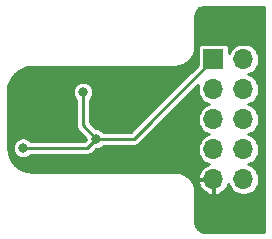
<source format=gbr>
%TF.GenerationSoftware,KiCad,Pcbnew,(5.1.9-0-10_14)*%
%TF.CreationDate,2021-02-05T22:05:55+01:00*%
%TF.ProjectId,itho_rv_sensor,6974686f-5f72-4765-9f73-656e736f722e,rev?*%
%TF.SameCoordinates,Original*%
%TF.FileFunction,Copper,L2,Bot*%
%TF.FilePolarity,Positive*%
%FSLAX46Y46*%
G04 Gerber Fmt 4.6, Leading zero omitted, Abs format (unit mm)*
G04 Created by KiCad (PCBNEW (5.1.9-0-10_14)) date 2021-02-05 22:05:55*
%MOMM*%
%LPD*%
G01*
G04 APERTURE LIST*
%TA.AperFunction,ComponentPad*%
%ADD10O,1.700000X1.700000*%
%TD*%
%TA.AperFunction,ComponentPad*%
%ADD11R,1.700000X1.700000*%
%TD*%
%TA.AperFunction,ViaPad*%
%ADD12C,0.800000*%
%TD*%
%TA.AperFunction,Conductor*%
%ADD13C,0.254000*%
%TD*%
%TA.AperFunction,Conductor*%
%ADD14C,0.100000*%
%TD*%
G04 APERTURE END LIST*
D10*
%TO.P,J1,10*%
%TO.N,Net-(J1-Pad10)*%
X134620000Y-107188000D03*
%TO.P,J1,9*%
%TO.N,GND*%
X132080000Y-107188000D03*
%TO.P,J1,8*%
%TO.N,Net-(J1-Pad8)*%
X134620000Y-104648000D03*
%TO.P,J1,7*%
%TO.N,Net-(J1-Pad7)*%
X132080000Y-104648000D03*
%TO.P,J1,6*%
%TO.N,Net-(J1-Pad6)*%
X134620000Y-102108000D03*
%TO.P,J1,5*%
%TO.N,Net-(J1-Pad5)*%
X132080000Y-102108000D03*
%TO.P,J1,4*%
%TO.N,Net-(J1-Pad4)*%
X134620000Y-99568000D03*
%TO.P,J1,3*%
%TO.N,Net-(J1-Pad3)*%
X132080000Y-99568000D03*
%TO.P,J1,2*%
%TO.N,Net-(J1-Pad2)*%
X134620000Y-97028000D03*
D11*
%TO.P,J1,1*%
%TO.N,+5V*%
X132080000Y-97028000D03*
%TD*%
D12*
%TO.N,GND*%
X122174000Y-100965000D03*
%TO.N,+5V*%
X122174000Y-103759000D03*
X121031000Y-99822000D03*
X115951000Y-104521000D03*
%TD*%
D13*
%TO.N,+5V*%
X132080000Y-97028000D02*
X126111000Y-102997000D01*
X125349000Y-103759000D02*
X122174000Y-103759000D01*
X126111000Y-102997000D02*
X125349000Y-103759000D01*
X121031000Y-102616000D02*
X122174000Y-103759000D01*
X121031000Y-99822000D02*
X121031000Y-102616000D01*
X121412000Y-104521000D02*
X122174000Y-103759000D01*
X116205000Y-104521000D02*
X121412000Y-104521000D01*
X116205000Y-104521000D02*
X115951000Y-104521000D01*
%TD*%
%TO.N,GND*%
X136398000Y-97642126D02*
X136395944Y-97663000D01*
X136398000Y-97683874D01*
X136398000Y-98912126D01*
X136395944Y-98933000D01*
X136398000Y-98953874D01*
X136398000Y-105262126D01*
X136395944Y-105283000D01*
X136398000Y-105303874D01*
X136398000Y-106532126D01*
X136395944Y-106553000D01*
X136398000Y-106573874D01*
X136398000Y-111633400D01*
X131342821Y-111633400D01*
X131170391Y-111616493D01*
X131028401Y-111573623D01*
X130897440Y-111503990D01*
X130782502Y-111410249D01*
X130687959Y-111295967D01*
X130617415Y-111165498D01*
X130573555Y-111023811D01*
X130555600Y-110852973D01*
X130555600Y-108306065D01*
X130553425Y-108283985D01*
X130553480Y-108276130D01*
X130552788Y-108269077D01*
X130526880Y-108022573D01*
X130517636Y-107977536D01*
X130509009Y-107932313D01*
X130506960Y-107925529D01*
X130433665Y-107688753D01*
X130415854Y-107646382D01*
X130398604Y-107603686D01*
X130395276Y-107597429D01*
X130313663Y-107446488D01*
X130772710Y-107446488D01*
X130773300Y-107449468D01*
X130849418Y-107699368D01*
X130972826Y-107929617D01*
X131138782Y-108131366D01*
X131340909Y-108296862D01*
X131571439Y-108419745D01*
X131821512Y-108495293D01*
X132029200Y-108398984D01*
X132029200Y-107238800D01*
X130869115Y-107238800D01*
X130772710Y-107446488D01*
X130313663Y-107446488D01*
X130277388Y-107379399D01*
X130251666Y-107341264D01*
X130226469Y-107302760D01*
X130221990Y-107297268D01*
X130063997Y-107106288D01*
X130031382Y-107073900D01*
X129999164Y-107041000D01*
X129993703Y-107036483D01*
X129801625Y-106879828D01*
X129763305Y-106854368D01*
X129725344Y-106828376D01*
X129719110Y-106825005D01*
X129500262Y-106708642D01*
X129457731Y-106691112D01*
X129415443Y-106672987D01*
X129408673Y-106670892D01*
X129408675Y-106670892D01*
X129408667Y-106670890D01*
X129171392Y-106599252D01*
X129126297Y-106590323D01*
X129081260Y-106580750D01*
X129074215Y-106580010D01*
X129074211Y-106580010D01*
X128828005Y-106555869D01*
X128802935Y-106553400D01*
X116737821Y-106553400D01*
X116318712Y-106512306D01*
X115939440Y-106397797D01*
X115589634Y-106211802D01*
X115282617Y-105961405D01*
X115030084Y-105656144D01*
X114841648Y-105307640D01*
X114724495Y-104929180D01*
X114680600Y-104511543D01*
X114680600Y-104434071D01*
X115068400Y-104434071D01*
X115068400Y-104607929D01*
X115102317Y-104778445D01*
X115168850Y-104939068D01*
X115265439Y-105083625D01*
X115388375Y-105206561D01*
X115532932Y-105303150D01*
X115693555Y-105369683D01*
X115864071Y-105403600D01*
X116037929Y-105403600D01*
X116208445Y-105369683D01*
X116369068Y-105303150D01*
X116513625Y-105206561D01*
X116589586Y-105130600D01*
X121382059Y-105130600D01*
X121412000Y-105133549D01*
X121441941Y-105130600D01*
X121531502Y-105121779D01*
X121646412Y-105086921D01*
X121752314Y-105030316D01*
X121845138Y-104954138D01*
X121864235Y-104930868D01*
X122153503Y-104641600D01*
X122260929Y-104641600D01*
X122431445Y-104607683D01*
X122592068Y-104541150D01*
X122736625Y-104444561D01*
X122812586Y-104368600D01*
X125319059Y-104368600D01*
X125349000Y-104371549D01*
X125378941Y-104368600D01*
X125468502Y-104359779D01*
X125583412Y-104324921D01*
X125689314Y-104268316D01*
X125782138Y-104192138D01*
X125801235Y-104168868D01*
X126563223Y-103406881D01*
X126563228Y-103406875D01*
X130804128Y-99165976D01*
X130798611Y-99179295D01*
X130747400Y-99436750D01*
X130747400Y-99699250D01*
X130798611Y-99956705D01*
X130899065Y-100199223D01*
X131044902Y-100417483D01*
X131230517Y-100603098D01*
X131448777Y-100748935D01*
X131663799Y-100838000D01*
X131448777Y-100927065D01*
X131230517Y-101072902D01*
X131044902Y-101258517D01*
X130899065Y-101476777D01*
X130798611Y-101719295D01*
X130747400Y-101976750D01*
X130747400Y-102239250D01*
X130798611Y-102496705D01*
X130899065Y-102739223D01*
X131044902Y-102957483D01*
X131230517Y-103143098D01*
X131448777Y-103288935D01*
X131663799Y-103378000D01*
X131448777Y-103467065D01*
X131230517Y-103612902D01*
X131044902Y-103798517D01*
X130899065Y-104016777D01*
X130798611Y-104259295D01*
X130747400Y-104516750D01*
X130747400Y-104779250D01*
X130798611Y-105036705D01*
X130899065Y-105279223D01*
X131044902Y-105497483D01*
X131230517Y-105683098D01*
X131448777Y-105828935D01*
X131678252Y-105923986D01*
X131571439Y-105956255D01*
X131340909Y-106079138D01*
X131138782Y-106244634D01*
X130972826Y-106446383D01*
X130849418Y-106676632D01*
X130773300Y-106926532D01*
X130772710Y-106929512D01*
X130869115Y-107137200D01*
X132029200Y-107137200D01*
X132029200Y-107117200D01*
X132130800Y-107117200D01*
X132130800Y-107137200D01*
X132150800Y-107137200D01*
X132150800Y-107238800D01*
X132130800Y-107238800D01*
X132130800Y-108398984D01*
X132338488Y-108495293D01*
X132588561Y-108419745D01*
X132819091Y-108296862D01*
X133021218Y-108131366D01*
X133187174Y-107929617D01*
X133310582Y-107699368D01*
X133343989Y-107589690D01*
X133439065Y-107819223D01*
X133584902Y-108037483D01*
X133770517Y-108223098D01*
X133988777Y-108368935D01*
X134231295Y-108469389D01*
X134488750Y-108520600D01*
X134751250Y-108520600D01*
X135008705Y-108469389D01*
X135251223Y-108368935D01*
X135469483Y-108223098D01*
X135655098Y-108037483D01*
X135800935Y-107819223D01*
X135901389Y-107576705D01*
X135952600Y-107319250D01*
X135952600Y-107056750D01*
X135901389Y-106799295D01*
X135800935Y-106556777D01*
X135655098Y-106338517D01*
X135469483Y-106152902D01*
X135251223Y-106007065D01*
X135036201Y-105918000D01*
X135251223Y-105828935D01*
X135469483Y-105683098D01*
X135655098Y-105497483D01*
X135800935Y-105279223D01*
X135901389Y-105036705D01*
X135952600Y-104779250D01*
X135952600Y-104516750D01*
X135901389Y-104259295D01*
X135800935Y-104016777D01*
X135655098Y-103798517D01*
X135469483Y-103612902D01*
X135251223Y-103467065D01*
X135036201Y-103378000D01*
X135251223Y-103288935D01*
X135469483Y-103143098D01*
X135655098Y-102957483D01*
X135800935Y-102739223D01*
X135901389Y-102496705D01*
X135952600Y-102239250D01*
X135952600Y-101976750D01*
X135901389Y-101719295D01*
X135800935Y-101476777D01*
X135655098Y-101258517D01*
X135469483Y-101072902D01*
X135251223Y-100927065D01*
X135036201Y-100838000D01*
X135251223Y-100748935D01*
X135469483Y-100603098D01*
X135655098Y-100417483D01*
X135800935Y-100199223D01*
X135901389Y-99956705D01*
X135952600Y-99699250D01*
X135952600Y-99436750D01*
X135901389Y-99179295D01*
X135800935Y-98936777D01*
X135655098Y-98718517D01*
X135469483Y-98532902D01*
X135251223Y-98387065D01*
X135036201Y-98298000D01*
X135251223Y-98208935D01*
X135469483Y-98063098D01*
X135655098Y-97877483D01*
X135800935Y-97659223D01*
X135901389Y-97416705D01*
X135952600Y-97159250D01*
X135952600Y-96896750D01*
X135901389Y-96639295D01*
X135800935Y-96396777D01*
X135655098Y-96178517D01*
X135469483Y-95992902D01*
X135251223Y-95847065D01*
X135008705Y-95746611D01*
X134751250Y-95695400D01*
X134488750Y-95695400D01*
X134231295Y-95746611D01*
X133988777Y-95847065D01*
X133770517Y-95992902D01*
X133584902Y-96178517D01*
X133439065Y-96396777D01*
X133414935Y-96455032D01*
X133414935Y-96178000D01*
X133405617Y-96083394D01*
X133378022Y-95992423D01*
X133333209Y-95908585D01*
X133272901Y-95835099D01*
X133199415Y-95774791D01*
X133115577Y-95729978D01*
X133024606Y-95702383D01*
X132930000Y-95693065D01*
X131230000Y-95693065D01*
X131135394Y-95702383D01*
X131044423Y-95729978D01*
X130960585Y-95774791D01*
X130887099Y-95835099D01*
X130826791Y-95908585D01*
X130781978Y-95992423D01*
X130754383Y-96083394D01*
X130745065Y-96178000D01*
X130745065Y-97500831D01*
X125701125Y-102544772D01*
X125701119Y-102544777D01*
X125096497Y-103149400D01*
X122812586Y-103149400D01*
X122736625Y-103073439D01*
X122592068Y-102976850D01*
X122431445Y-102910317D01*
X122260929Y-102876400D01*
X122153504Y-102876400D01*
X121640600Y-102363497D01*
X121640600Y-100460586D01*
X121716561Y-100384625D01*
X121813150Y-100240068D01*
X121879683Y-100079445D01*
X121913600Y-99908929D01*
X121913600Y-99735071D01*
X121879683Y-99564555D01*
X121813150Y-99403932D01*
X121716561Y-99259375D01*
X121593625Y-99136439D01*
X121449068Y-99039850D01*
X121288445Y-98973317D01*
X121117929Y-98939400D01*
X120944071Y-98939400D01*
X120773555Y-98973317D01*
X120612932Y-99039850D01*
X120468375Y-99136439D01*
X120345439Y-99259375D01*
X120248850Y-99403932D01*
X120182317Y-99564555D01*
X120148400Y-99735071D01*
X120148400Y-99908929D01*
X120182317Y-100079445D01*
X120248850Y-100240068D01*
X120345439Y-100384625D01*
X120421400Y-100460586D01*
X120421401Y-102586049D01*
X120418451Y-102616000D01*
X120430221Y-102735502D01*
X120465080Y-102850412D01*
X120521685Y-102956314D01*
X120597863Y-103049138D01*
X120621127Y-103068230D01*
X121291400Y-103738504D01*
X121291400Y-103779497D01*
X121159497Y-103911400D01*
X116589586Y-103911400D01*
X116513625Y-103835439D01*
X116369068Y-103738850D01*
X116208445Y-103672317D01*
X116037929Y-103638400D01*
X115864071Y-103638400D01*
X115693555Y-103672317D01*
X115532932Y-103738850D01*
X115388375Y-103835439D01*
X115265439Y-103958375D01*
X115168850Y-104102932D01*
X115102317Y-104263555D01*
X115068400Y-104434071D01*
X114680600Y-104434071D01*
X114680600Y-99719821D01*
X114721694Y-99300711D01*
X114836204Y-98921438D01*
X115022198Y-98571634D01*
X115272595Y-98264617D01*
X115577856Y-98012083D01*
X115926355Y-97823650D01*
X116304819Y-97706496D01*
X116722457Y-97662600D01*
X128802935Y-97662600D01*
X128825016Y-97660425D01*
X128832870Y-97660480D01*
X128839924Y-97659788D01*
X129086427Y-97633880D01*
X129131464Y-97624636D01*
X129176687Y-97616009D01*
X129183465Y-97613962D01*
X129183469Y-97613961D01*
X129183472Y-97613960D01*
X129420248Y-97540665D01*
X129462632Y-97522848D01*
X129505314Y-97505604D01*
X129511571Y-97502276D01*
X129729601Y-97384388D01*
X129767710Y-97358684D01*
X129806240Y-97333470D01*
X129811732Y-97328990D01*
X130002712Y-97170997D01*
X130035117Y-97138365D01*
X130068000Y-97106164D01*
X130072517Y-97100703D01*
X130229172Y-96908625D01*
X130254632Y-96870305D01*
X130280624Y-96832344D01*
X130283995Y-96826110D01*
X130400357Y-96607262D01*
X130417862Y-96564792D01*
X130436013Y-96522443D01*
X130438108Y-96515673D01*
X130509748Y-96278392D01*
X130518679Y-96233289D01*
X130528250Y-96188259D01*
X130528990Y-96181211D01*
X130553177Y-95934533D01*
X130555600Y-95909935D01*
X130555600Y-93369821D01*
X130572507Y-93197391D01*
X130615377Y-93055401D01*
X130685007Y-92924443D01*
X130778751Y-92809502D01*
X130893033Y-92714959D01*
X131023501Y-92644416D01*
X131165190Y-92600555D01*
X131336027Y-92582600D01*
X136398000Y-92582600D01*
X136398000Y-97642126D01*
%TA.AperFunction,Conductor*%
D14*
G36*
X136398000Y-97642126D02*
G01*
X136395944Y-97663000D01*
X136398000Y-97683874D01*
X136398000Y-98912126D01*
X136395944Y-98933000D01*
X136398000Y-98953874D01*
X136398000Y-105262126D01*
X136395944Y-105283000D01*
X136398000Y-105303874D01*
X136398000Y-106532126D01*
X136395944Y-106553000D01*
X136398000Y-106573874D01*
X136398000Y-111633400D01*
X131342821Y-111633400D01*
X131170391Y-111616493D01*
X131028401Y-111573623D01*
X130897440Y-111503990D01*
X130782502Y-111410249D01*
X130687959Y-111295967D01*
X130617415Y-111165498D01*
X130573555Y-111023811D01*
X130555600Y-110852973D01*
X130555600Y-108306065D01*
X130553425Y-108283985D01*
X130553480Y-108276130D01*
X130552788Y-108269077D01*
X130526880Y-108022573D01*
X130517636Y-107977536D01*
X130509009Y-107932313D01*
X130506960Y-107925529D01*
X130433665Y-107688753D01*
X130415854Y-107646382D01*
X130398604Y-107603686D01*
X130395276Y-107597429D01*
X130313663Y-107446488D01*
X130772710Y-107446488D01*
X130773300Y-107449468D01*
X130849418Y-107699368D01*
X130972826Y-107929617D01*
X131138782Y-108131366D01*
X131340909Y-108296862D01*
X131571439Y-108419745D01*
X131821512Y-108495293D01*
X132029200Y-108398984D01*
X132029200Y-107238800D01*
X130869115Y-107238800D01*
X130772710Y-107446488D01*
X130313663Y-107446488D01*
X130277388Y-107379399D01*
X130251666Y-107341264D01*
X130226469Y-107302760D01*
X130221990Y-107297268D01*
X130063997Y-107106288D01*
X130031382Y-107073900D01*
X129999164Y-107041000D01*
X129993703Y-107036483D01*
X129801625Y-106879828D01*
X129763305Y-106854368D01*
X129725344Y-106828376D01*
X129719110Y-106825005D01*
X129500262Y-106708642D01*
X129457731Y-106691112D01*
X129415443Y-106672987D01*
X129408673Y-106670892D01*
X129408675Y-106670892D01*
X129408667Y-106670890D01*
X129171392Y-106599252D01*
X129126297Y-106590323D01*
X129081260Y-106580750D01*
X129074215Y-106580010D01*
X129074211Y-106580010D01*
X128828005Y-106555869D01*
X128802935Y-106553400D01*
X116737821Y-106553400D01*
X116318712Y-106512306D01*
X115939440Y-106397797D01*
X115589634Y-106211802D01*
X115282617Y-105961405D01*
X115030084Y-105656144D01*
X114841648Y-105307640D01*
X114724495Y-104929180D01*
X114680600Y-104511543D01*
X114680600Y-104434071D01*
X115068400Y-104434071D01*
X115068400Y-104607929D01*
X115102317Y-104778445D01*
X115168850Y-104939068D01*
X115265439Y-105083625D01*
X115388375Y-105206561D01*
X115532932Y-105303150D01*
X115693555Y-105369683D01*
X115864071Y-105403600D01*
X116037929Y-105403600D01*
X116208445Y-105369683D01*
X116369068Y-105303150D01*
X116513625Y-105206561D01*
X116589586Y-105130600D01*
X121382059Y-105130600D01*
X121412000Y-105133549D01*
X121441941Y-105130600D01*
X121531502Y-105121779D01*
X121646412Y-105086921D01*
X121752314Y-105030316D01*
X121845138Y-104954138D01*
X121864235Y-104930868D01*
X122153503Y-104641600D01*
X122260929Y-104641600D01*
X122431445Y-104607683D01*
X122592068Y-104541150D01*
X122736625Y-104444561D01*
X122812586Y-104368600D01*
X125319059Y-104368600D01*
X125349000Y-104371549D01*
X125378941Y-104368600D01*
X125468502Y-104359779D01*
X125583412Y-104324921D01*
X125689314Y-104268316D01*
X125782138Y-104192138D01*
X125801235Y-104168868D01*
X126563223Y-103406881D01*
X126563228Y-103406875D01*
X130804128Y-99165976D01*
X130798611Y-99179295D01*
X130747400Y-99436750D01*
X130747400Y-99699250D01*
X130798611Y-99956705D01*
X130899065Y-100199223D01*
X131044902Y-100417483D01*
X131230517Y-100603098D01*
X131448777Y-100748935D01*
X131663799Y-100838000D01*
X131448777Y-100927065D01*
X131230517Y-101072902D01*
X131044902Y-101258517D01*
X130899065Y-101476777D01*
X130798611Y-101719295D01*
X130747400Y-101976750D01*
X130747400Y-102239250D01*
X130798611Y-102496705D01*
X130899065Y-102739223D01*
X131044902Y-102957483D01*
X131230517Y-103143098D01*
X131448777Y-103288935D01*
X131663799Y-103378000D01*
X131448777Y-103467065D01*
X131230517Y-103612902D01*
X131044902Y-103798517D01*
X130899065Y-104016777D01*
X130798611Y-104259295D01*
X130747400Y-104516750D01*
X130747400Y-104779250D01*
X130798611Y-105036705D01*
X130899065Y-105279223D01*
X131044902Y-105497483D01*
X131230517Y-105683098D01*
X131448777Y-105828935D01*
X131678252Y-105923986D01*
X131571439Y-105956255D01*
X131340909Y-106079138D01*
X131138782Y-106244634D01*
X130972826Y-106446383D01*
X130849418Y-106676632D01*
X130773300Y-106926532D01*
X130772710Y-106929512D01*
X130869115Y-107137200D01*
X132029200Y-107137200D01*
X132029200Y-107117200D01*
X132130800Y-107117200D01*
X132130800Y-107137200D01*
X132150800Y-107137200D01*
X132150800Y-107238800D01*
X132130800Y-107238800D01*
X132130800Y-108398984D01*
X132338488Y-108495293D01*
X132588561Y-108419745D01*
X132819091Y-108296862D01*
X133021218Y-108131366D01*
X133187174Y-107929617D01*
X133310582Y-107699368D01*
X133343989Y-107589690D01*
X133439065Y-107819223D01*
X133584902Y-108037483D01*
X133770517Y-108223098D01*
X133988777Y-108368935D01*
X134231295Y-108469389D01*
X134488750Y-108520600D01*
X134751250Y-108520600D01*
X135008705Y-108469389D01*
X135251223Y-108368935D01*
X135469483Y-108223098D01*
X135655098Y-108037483D01*
X135800935Y-107819223D01*
X135901389Y-107576705D01*
X135952600Y-107319250D01*
X135952600Y-107056750D01*
X135901389Y-106799295D01*
X135800935Y-106556777D01*
X135655098Y-106338517D01*
X135469483Y-106152902D01*
X135251223Y-106007065D01*
X135036201Y-105918000D01*
X135251223Y-105828935D01*
X135469483Y-105683098D01*
X135655098Y-105497483D01*
X135800935Y-105279223D01*
X135901389Y-105036705D01*
X135952600Y-104779250D01*
X135952600Y-104516750D01*
X135901389Y-104259295D01*
X135800935Y-104016777D01*
X135655098Y-103798517D01*
X135469483Y-103612902D01*
X135251223Y-103467065D01*
X135036201Y-103378000D01*
X135251223Y-103288935D01*
X135469483Y-103143098D01*
X135655098Y-102957483D01*
X135800935Y-102739223D01*
X135901389Y-102496705D01*
X135952600Y-102239250D01*
X135952600Y-101976750D01*
X135901389Y-101719295D01*
X135800935Y-101476777D01*
X135655098Y-101258517D01*
X135469483Y-101072902D01*
X135251223Y-100927065D01*
X135036201Y-100838000D01*
X135251223Y-100748935D01*
X135469483Y-100603098D01*
X135655098Y-100417483D01*
X135800935Y-100199223D01*
X135901389Y-99956705D01*
X135952600Y-99699250D01*
X135952600Y-99436750D01*
X135901389Y-99179295D01*
X135800935Y-98936777D01*
X135655098Y-98718517D01*
X135469483Y-98532902D01*
X135251223Y-98387065D01*
X135036201Y-98298000D01*
X135251223Y-98208935D01*
X135469483Y-98063098D01*
X135655098Y-97877483D01*
X135800935Y-97659223D01*
X135901389Y-97416705D01*
X135952600Y-97159250D01*
X135952600Y-96896750D01*
X135901389Y-96639295D01*
X135800935Y-96396777D01*
X135655098Y-96178517D01*
X135469483Y-95992902D01*
X135251223Y-95847065D01*
X135008705Y-95746611D01*
X134751250Y-95695400D01*
X134488750Y-95695400D01*
X134231295Y-95746611D01*
X133988777Y-95847065D01*
X133770517Y-95992902D01*
X133584902Y-96178517D01*
X133439065Y-96396777D01*
X133414935Y-96455032D01*
X133414935Y-96178000D01*
X133405617Y-96083394D01*
X133378022Y-95992423D01*
X133333209Y-95908585D01*
X133272901Y-95835099D01*
X133199415Y-95774791D01*
X133115577Y-95729978D01*
X133024606Y-95702383D01*
X132930000Y-95693065D01*
X131230000Y-95693065D01*
X131135394Y-95702383D01*
X131044423Y-95729978D01*
X130960585Y-95774791D01*
X130887099Y-95835099D01*
X130826791Y-95908585D01*
X130781978Y-95992423D01*
X130754383Y-96083394D01*
X130745065Y-96178000D01*
X130745065Y-97500831D01*
X125701125Y-102544772D01*
X125701119Y-102544777D01*
X125096497Y-103149400D01*
X122812586Y-103149400D01*
X122736625Y-103073439D01*
X122592068Y-102976850D01*
X122431445Y-102910317D01*
X122260929Y-102876400D01*
X122153504Y-102876400D01*
X121640600Y-102363497D01*
X121640600Y-100460586D01*
X121716561Y-100384625D01*
X121813150Y-100240068D01*
X121879683Y-100079445D01*
X121913600Y-99908929D01*
X121913600Y-99735071D01*
X121879683Y-99564555D01*
X121813150Y-99403932D01*
X121716561Y-99259375D01*
X121593625Y-99136439D01*
X121449068Y-99039850D01*
X121288445Y-98973317D01*
X121117929Y-98939400D01*
X120944071Y-98939400D01*
X120773555Y-98973317D01*
X120612932Y-99039850D01*
X120468375Y-99136439D01*
X120345439Y-99259375D01*
X120248850Y-99403932D01*
X120182317Y-99564555D01*
X120148400Y-99735071D01*
X120148400Y-99908929D01*
X120182317Y-100079445D01*
X120248850Y-100240068D01*
X120345439Y-100384625D01*
X120421400Y-100460586D01*
X120421401Y-102586049D01*
X120418451Y-102616000D01*
X120430221Y-102735502D01*
X120465080Y-102850412D01*
X120521685Y-102956314D01*
X120597863Y-103049138D01*
X120621127Y-103068230D01*
X121291400Y-103738504D01*
X121291400Y-103779497D01*
X121159497Y-103911400D01*
X116589586Y-103911400D01*
X116513625Y-103835439D01*
X116369068Y-103738850D01*
X116208445Y-103672317D01*
X116037929Y-103638400D01*
X115864071Y-103638400D01*
X115693555Y-103672317D01*
X115532932Y-103738850D01*
X115388375Y-103835439D01*
X115265439Y-103958375D01*
X115168850Y-104102932D01*
X115102317Y-104263555D01*
X115068400Y-104434071D01*
X114680600Y-104434071D01*
X114680600Y-99719821D01*
X114721694Y-99300711D01*
X114836204Y-98921438D01*
X115022198Y-98571634D01*
X115272595Y-98264617D01*
X115577856Y-98012083D01*
X115926355Y-97823650D01*
X116304819Y-97706496D01*
X116722457Y-97662600D01*
X128802935Y-97662600D01*
X128825016Y-97660425D01*
X128832870Y-97660480D01*
X128839924Y-97659788D01*
X129086427Y-97633880D01*
X129131464Y-97624636D01*
X129176687Y-97616009D01*
X129183465Y-97613962D01*
X129183469Y-97613961D01*
X129183472Y-97613960D01*
X129420248Y-97540665D01*
X129462632Y-97522848D01*
X129505314Y-97505604D01*
X129511571Y-97502276D01*
X129729601Y-97384388D01*
X129767710Y-97358684D01*
X129806240Y-97333470D01*
X129811732Y-97328990D01*
X130002712Y-97170997D01*
X130035117Y-97138365D01*
X130068000Y-97106164D01*
X130072517Y-97100703D01*
X130229172Y-96908625D01*
X130254632Y-96870305D01*
X130280624Y-96832344D01*
X130283995Y-96826110D01*
X130400357Y-96607262D01*
X130417862Y-96564792D01*
X130436013Y-96522443D01*
X130438108Y-96515673D01*
X130509748Y-96278392D01*
X130518679Y-96233289D01*
X130528250Y-96188259D01*
X130528990Y-96181211D01*
X130553177Y-95934533D01*
X130555600Y-95909935D01*
X130555600Y-93369821D01*
X130572507Y-93197391D01*
X130615377Y-93055401D01*
X130685007Y-92924443D01*
X130778751Y-92809502D01*
X130893033Y-92714959D01*
X131023501Y-92644416D01*
X131165190Y-92600555D01*
X131336027Y-92582600D01*
X136398000Y-92582600D01*
X136398000Y-97642126D01*
G37*
%TD.AperFunction*%
%TD*%
M02*

</source>
